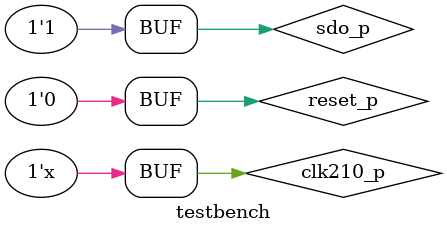
<source format=v>
`timescale 1ns / 1ps


module testbench(

    );
	
	reg		clk210_p		= 1'd0;
	reg		reset_p			= 1'd0;
	reg		sdo_p			= 1'd1;
	wire	cnv_p;
	wire	sck_p;
	
	
	pulse_generator pulse_gen_inst(
	.clk210_p	(clk210_p),
	.reset_p	(reset_p),
	.cnv_p		(cnv_p),
	.sck_p		(sck_p),
	.sdo_p		(sdo_p)
	);
	
	always #2.38095238095 clk210_p <= ~clk210_p;
	
	initial
	begin
		reset_p				<= 1'b1;
		#100
		reset_p				<= 1'b0;
	end	
	
	
endmodule

</source>
